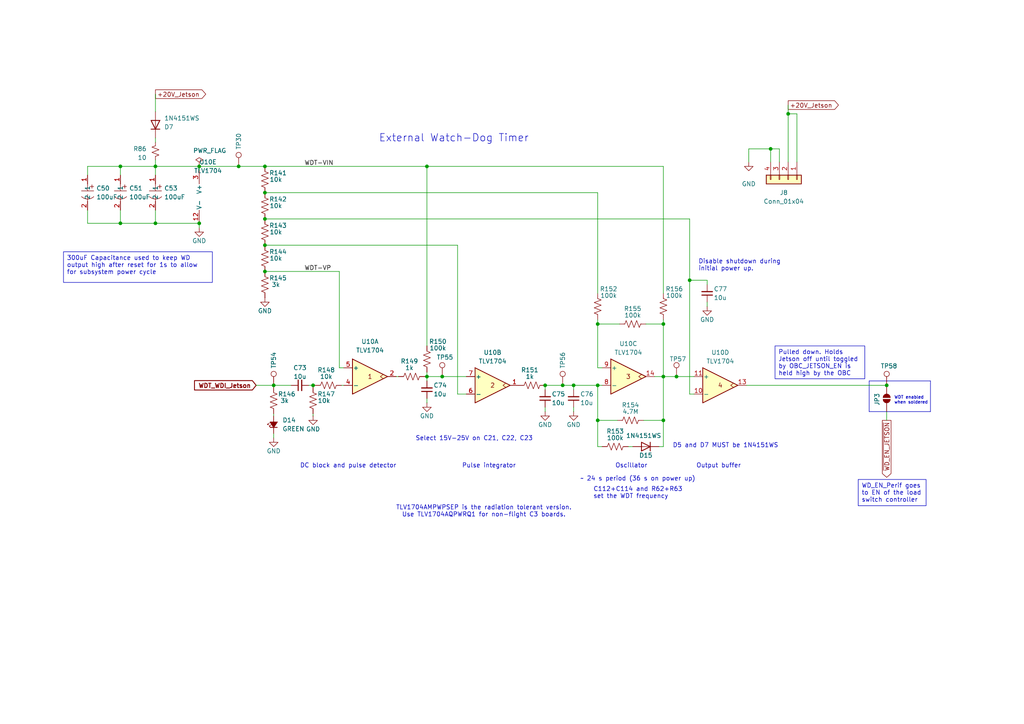
<source format=kicad_sch>
(kicad_sch (version 20250114) (generator "eeschema") (generator_version "9.0")
  (paper "A4")
  (lib_symbols
    (symbol "Connector_Generic:Conn_01x04" (pin_names (offset 1.016) (hide yes))
      (property "Reference" "J" (at 0 5.08 0))
      (property "Value" "Conn_01x04" (at 0 -7.62 0))
      (symbol "Conn_01x04_1_1"
        (rectangle (start -1.27 3.81) (end 1.27 -6.35) (stroke (width 0.254)) (fill (type background)))
        (rectangle (start -1.27 2.667) (end 0 2.413) (stroke (width 0.1524)))
        (rectangle (start -1.27 0.127) (end 0 -0.127) (stroke (width 0.1524)))
        (rectangle (start -1.27 -2.413) (end 0 -2.667) (stroke (width 0.1524)))
        (rectangle (start -1.27 -4.953) (end 0 -5.207) (stroke (width 0.1524)))
        (pin passive line (at -5.08 2.54 0) (length 3.81) (name "Pin_1") (number "1"))
        (pin passive line (at -5.08 0 0) (length 3.81) (name "Pin_2") (number "2"))
        (pin passive line (at -5.08 -2.54 0) (length 3.81) (name "Pin_3") (number "3"))
        (pin passive line (at -5.08 -5.08 0) (length 3.81) (name "Pin_4") (number "4"))
      )
    )
    (symbol "Device:C_Small" (pin_numbers (hide yes)) (pin_names (offset 0.254) (hide yes))
      (property "Reference" "C" (at 0.254 1.778 0))
      (property "Value" "C_Small" (at 0.254 -2.032 0))
      (symbol "C_Small_0_1"
        (polyline (pts (xy -1.524 0.508) (xy 1.524 0.508)) (stroke (width 0.3048)))
        (polyline (pts (xy -1.524 -0.508) (xy 1.524 -0.508)) (stroke (width 0.3302)))
      )
      (symbol "C_Small_1_1"
        (pin passive line (at 0 2.54 270) (length 2.032) (name "~") (number "1"))
        (pin passive line (at 0 -2.54 90) (length 2.032) (name "~") (number "2"))
      )
    )
    (symbol "Device:LED_Small_Filled" (pin_numbers (hide yes)) (pin_names (offset 0.254) (hide yes))
      (property "Reference" "D" (at -1.27 3.175 0))
      (property "Value" "LED_Small_Filled" (at -4.445 -2.54 0))
      (symbol "LED_Small_Filled_0_1"
        (polyline (pts (xy -0.762 -1.016) (xy -0.762 1.016)) (stroke (width 0.254)))
        (polyline (pts (xy 0 0.762) (xy -0.508 1.27) (xy -0.254 1.27) (xy -0.508 1.27) (xy -0.508 1.016)))
        (polyline (pts (xy 0.508 1.27) (xy 0 1.778) (xy 0.254 1.778) (xy 0 1.778) (xy 0 1.524)))
        (polyline (pts (xy 0.762 -1.016) (xy -0.762 0) (xy 0.762 1.016) (xy 0.762 -1.016)) (stroke (width 0.254)) (fill (type outline)))
        (polyline (pts (xy 1.016 0) (xy -0.762 0)))
      )
      (symbol "LED_Small_Filled_1_1"
        (pin passive line (at -2.54 0 0) (length 1.778) (name "K") (number "1"))
        (pin passive line (at 2.54 0 180) (length 1.778) (name "A") (number "2"))
      )
    )
    (symbol "Device:R_Small_US" (pin_numbers (hide yes)) (pin_names (offset 0.254) (hide yes))
      (property "Reference" "R" (at 0.762 0.508 0))
      (property "Value" "R_Small_US" (at 0.762 -1.016 0))
      (symbol "R_Small_US_1_1"
        (polyline (pts (xy 0 1.524) (xy 1.016 1.143) (xy 0 0.762) (xy -1.016 0.381) (xy 0 0)))
        (polyline (pts (xy 0 0) (xy 1.016 -0.381) (xy 0 -0.762) (xy -1.016 -1.143) (xy 0 -1.524)))
        (pin passive line (at 0 2.54 270) (length 1.016) (name "~") (number "1"))
        (pin passive line (at 0 -2.54 90) (length 1.016) (name "~") (number "2"))
      )
    )
    (symbol "Device:R_US" (pin_numbers (hide yes)) (pin_names (offset 0))
      (property "Reference" "R" (at 2.54 0 90))
      (property "Value" "R_US" (at -2.54 0 90))
      (symbol "R_US_0_1"
        (polyline (pts (xy 0 2.286) (xy 0 2.54)))
        (polyline (pts (xy 0 2.286) (xy 1.016 1.905) (xy 0 1.524) (xy -1.016 1.143) (xy 0 0.762)))
        (polyline (pts (xy 0 0.762) (xy 1.016 0.381) (xy 0 0) (xy -1.016 -0.381) (xy 0 -0.762)))
        (polyline (pts (xy 0 -0.762) (xy 1.016 -1.143) (xy 0 -1.524) (xy -1.016 -1.905) (xy 0 -2.286)))
        (polyline (pts (xy 0 -2.286) (xy 0 -2.54)))
      )
      (symbol "R_US_1_1"
        (pin passive line (at 0 3.81 270) (length 1.27) (name "~") (number "1"))
        (pin passive line (at 0 -3.81 90) (length 1.27) (name "~") (number "2"))
      )
    )
    (symbol "EPS:1N4151WS" (pin_numbers (hide yes)) (pin_names (offset 1.016) (hide yes))
      (property "Reference" "D" (at 0 2.54 0))
      (property "Value" "1N4151WS" (at 0 -2.54 0))
      (symbol "1N4151WS_0_1"
        (polyline (pts (xy -1.27 1.27) (xy -1.27 -1.27)) (stroke (width 0.254)))
        (polyline (pts (xy 1.27 1.27) (xy 1.27 -1.27) (xy -1.27 0) (xy 1.27 1.27)) (stroke (width 0.254)))
        (polyline (pts (xy 1.27 0) (xy -1.27 0)))
      )
      (symbol "1N4151WS_1_1"
        (pin passive line (at -3.81 0 0) (length 2.54) (name "K") (number "1"))
        (pin passive line (at 3.81 0 180) (length 2.54) (name "A") (number "2"))
      )
    )
    (symbol "EPS:TCN4107M035R0100E"
      (property "Reference" "C" (at 0 5.08 0))
      (property "Value" "TCN4107M035R0100E" (at 0 -5.08 0))
      (symbol "TCN4107M035R0100E_0_1"
        (polyline (pts (xy -2.54 0) (xy -0.51 0)))
        (polyline (pts (xy -2.29 1.27) (xy -1.27 1.27)))
        (polyline (pts (xy -1.78 1.78) (xy -1.78 0.76)))
        (arc (start 1.15 1.79) (mid 1.8578 0.0159) (end 1.13 -1.75))
        (polyline (pts (xy -0.51 1.78) (xy -0.51 -1.78)))
        (polyline (pts (xy 0.51 0) (xy 2.54 0)))
        (pin input line (at -5.08 0 0) (length 2.54) (name "1") (number "1"))
        (pin input line (at 5.08 0 180) (length 2.54) (name "2") (number "2"))
      )
    )
    (symbol "EPS:TLV1704AIPWR" (pin_names (offset 0.127))
      (property "Reference" "U13" (at 0 10.16 0))
      (property "Value" "TLV1704" (at 0 7.62 0))
      (symbol "TLV1704AIPWR_1_1"
        (polyline (pts (xy -5.08 5.08) (xy 5.08 0) (xy -5.08 -5.08) (xy -5.08 5.08)) (stroke (width 0.254)) (fill (type background)))
        (polyline (pts (xy 3.048 0) (xy 3.81 -0.635)))
        (polyline (pts (xy 3.81 0.635) (xy 3.048 0)))
        (text "1" (at 0 0 0) (effects (font (size 1.27 1.27))))
        (pin input line (at -7.62 2.54 0) (length 2.54) (name "+") (number "5"))
        (pin input line (at -7.62 -2.54 0) (length 2.54) (name "-") (number "4"))
        (pin open_collector line (at 7.62 0 180) (length 2.54) (name "~") (number "2"))
      )
      (symbol "TLV1704AIPWR_2_1"
        (polyline (pts (xy -5.08 5.08) (xy 5.08 0) (xy -5.08 -5.08) (xy -5.08 5.08)) (stroke (width 0.254)) (fill (type background)))
        (polyline (pts (xy 3.048 0) (xy 3.81 -0.635)))
        (polyline (pts (xy 3.81 0.635) (xy 3.048 0)))
        (text "2" (at 0 0 0) (effects (font (size 1.27 1.27))))
        (pin input line (at -7.62 2.54 0) (length 2.54) (name "+") (number "7"))
        (pin input line (at -7.62 -2.54 0) (length 2.54) (name "-") (number "6"))
        (pin open_collector line (at 7.62 0 180) (length 2.54) (name "~") (number "1"))
      )
      (symbol "TLV1704AIPWR_3_1"
        (polyline (pts (xy -5.08 5.08) (xy 5.08 0) (xy -5.08 -5.08) (xy -5.08 5.08)) (stroke (width 0.254)) (fill (type background)))
        (polyline (pts (xy 3.048 0) (xy 3.81 -0.635)))
        (polyline (pts (xy 3.81 0.635) (xy 3.048 0)))
        (text "3" (at 0 0 0) (effects (font (size 1.27 1.27))))
        (pin input line (at -7.62 2.54 0) (length 2.54) (name "+") (number "9"))
        (pin input line (at -7.62 -2.54 0) (length 2.54) (name "-") (number "8"))
        (pin open_collector line (at 7.62 0 180) (length 2.54) (name "~") (number "14"))
      )
      (symbol "TLV1704AIPWR_4_1"
        (polyline (pts (xy -5.08 5.08) (xy 5.08 0) (xy -5.08 -5.08) (xy -5.08 5.08)) (stroke (width 0.254)) (fill (type background)))
        (polyline (pts (xy 3.048 0) (xy 3.81 -0.635)))
        (polyline (pts (xy 3.81 0.635) (xy 3.048 0)))
        (text "4" (at 0 0 0) (effects (font (size 1.27 1.27))))
        (pin input line (at -7.62 2.54 0) (length 2.54) (name "+") (number "11"))
        (pin input line (at -7.62 -2.54 0) (length 2.54) (name "-") (number "10"))
        (pin open_collector line (at 7.62 0 180) (length 2.54) (name "~") (number "13"))
      )
      (symbol "TLV1704AIPWR_5_1"
        (pin power_in line (at -2.54 7.62 270) (length 3.81) (name "V+") (number "3"))
        (pin power_in line (at -2.54 -7.62 90) (length 3.81) (name "V-") (number "12"))
      )
    )
    (symbol "EPS:TestPoint" (pin_numbers (hide yes)) (pin_names (offset 0.762) (hide yes))
      (property "Reference" "TP" (at 0 6.858 0))
      (property "Value" "TestPoint" (at 0 5.08 0))
      (symbol "TestPoint_0_1"
        (circle (center 0 3.302) (radius 0.762))
      )
      (symbol "TestPoint_1_1"
        (pin passive line (at 0 0 90) (length 2.54) (name "1") (number "1"))
      )
    )
    (symbol "Jumper:SolderJumper_2_Open" (pin_numbers (hide yes)) (pin_names (offset 0) (hide yes)) (exclude_from_sim yes) (in_bom no)
      (property "Reference" "JP" (at 0 2.032 0))
      (property "Value" "SolderJumper_2_Open" (at 0 -2.54 0))
      (symbol "SolderJumper_2_Open_0_1"
        (polyline (pts (xy -0.254 1.016) (xy -0.254 -1.016)))
        (arc (start -0.254 -1.016) (mid -1.2656 0) (end -0.254 1.016))
        (arc (start -0.254 -1.016) (mid -1.2656 0) (end -0.254 1.016) (fill (type outline)))
        (arc (start 0.254 1.016) (mid 1.2656 0) (end 0.254 -1.016))
        (arc (start 0.254 1.016) (mid 1.2656 0) (end 0.254 -1.016) (fill (type outline)))
        (polyline (pts (xy 0.254 1.016) (xy 0.254 -1.016)))
      )
      (symbol "SolderJumper_2_Open_1_1"
        (pin passive line (at -3.81 0 0) (length 2.54) (name "A") (number "1"))
        (pin passive line (at 3.81 0 180) (length 2.54) (name "B") (number "2"))
      )
    )
    (symbol "power:GND" (power) (pin_numbers (hide yes)) (pin_names (offset 0) (hide yes))
      (property "Value" "GND" (at 0 -3.81 0))
      (symbol "GND_0_1"
        (polyline (pts (xy 0 0) (xy 0 -1.27) (xy 1.27 -1.27) (xy 0 -2.54) (xy -1.27 -1.27) (xy 0 -1.27)))
      )
      (symbol "GND_1_1"
        (pin power_in line (at 0 0 270) (length 0) (name "~") (number "1"))
      )
    )
    (symbol "power:PWR_FLAG" (power) (pin_numbers (hide yes)) (pin_names (offset 0) (hide yes))
      (property "Value" "PWR_FLAG" (at 0 3.81 0))
      (symbol "PWR_FLAG_0_0"
        (pin power_out line (at 0 0 90) (length 0) (name "~") (number "1"))
      )
      (symbol "PWR_FLAG_0_1"
        (polyline (pts (xy 0 0) (xy 0 1.27) (xy -1.016 1.905) (xy 0 2.54) (xy 1.016 1.905) (xy 0 1.27)))
      )
    )
  )
  (text "Select 15V-25V on C21, C22, C23" (at 137.541 127.254 0) (effects (font (size 1.27 1.27))))
  (text "Output buffer" (at 201.93 135.89 0) (effects (font (size 1.27 1.27)) (justify left bottom)))
  (text "~ 24 s period (36 s on power up)" (at 168.275 139.7 0) (effects (font (size 1.27 1.27)) (justify left bottom)))
  (text "Disable shutdown during\ninitial power up." (at 202.565 78.74 0) (effects (font (size 1.27 1.27)) (justify left bottom)))
  (text "Oscillator" (at 178.435 135.89 0) (effects (font (size 1.27 1.27)) (justify left bottom)))
  (text "Pulse integrator" (at 133.985 135.89 0) (effects (font (size 1.27 1.27)) (justify left bottom)))
  (text "DC block and pulse detector" (at 86.995 135.89 0) (effects (font (size 1.27 1.27)) (justify left bottom)))
  (text "D5 and D7 MUST be 1N4151WS" (at 210.439 129.286 0) (effects (font (size 1.27 1.27))))
  (text "WDT enabled\nwhen soldered" (at 259.334 117.348 0) (effects (font (size 0.889 0.889)) (justify left bottom)))
  (text "External Watch-Dog Timer" (at 109.855 41.402 0) (effects (font (size 2.159 2.159)) (justify left bottom)))
  (text "TLV1704AMPWPSEP is the radiation tolerant version.\nUse TLV1704AQPWRQ1 for non-flight C3 boards." (at 140.335 148.336 0) (effects (font (size 1.27 1.27))))
  (text "C112+C114 and R62+R63 \nset the WDT frequency" (at 172.085 144.78 0) (effects (font (size 1.27 1.27)) (justify left bottom)))
  (text_box "300uF Capacitance used to keep WD output high after reset for 1s to allow for subsystem power cycle" (at 18.415 73.025 0) (size 43.18 8.89) (margins 0.9525 0.9525 0.9525 0.9525) (effects (font (size 1.27 1.27)) (justify left top)))
  (text_box "Pulled down. Holds Jetson off until toggled by OBC_JETSON_EN is held high by the OBC" (at 224.79 100.33 0) (size 26.035 9.525) (margins 0.9525 0.9525 0.9525 0.9525) (effects (font (size 1.27 1.27)) (justify left top)))
  (text_box "WD_EN_Perif goes to EN of the load switch controller" (at 248.92 139.065 0) (size 19.685 7.62) (margins 0.9525 0.9525 0.9525 0.9525) (effects (font (size 1.27 1.27)) (justify left top)))
  (junction (at 158.115 111.76))
  (junction (at 90.805 111.76))
  (junction (at 173.355 93.98))
  (junction (at 123.825 109.22))
  (junction (at 192.405 93.98))
  (junction (at 163.195 111.76))
  (junction (at 192.405 109.22))
  (junction (at 45.085 64.77))
  (junction (at 34.925 64.77))
  (junction (at 200.025 81.28))
  (junction (at 173.355 121.92))
  (junction (at 45.085 48.26))
  (junction (at 257.175 111.76))
  (junction (at 76.835 48.26))
  (junction (at 166.37 111.76))
  (junction (at 57.785 64.77))
  (junction (at 228.6 33.02))
  (junction (at 223.52 43.18))
  (junction (at 76.835 78.74))
  (junction (at 34.925 48.26))
  (junction (at 192.405 121.92))
  (junction (at 76.835 55.88))
  (junction (at 57.785 48.26))
  (junction (at 76.835 71.12))
  (junction (at 69.215 48.26))
  (junction (at 79.375 111.76))
  (junction (at 196.215 109.22))
  (junction (at 123.825 48.26))
  (junction (at 76.835 63.5))
  (junction (at 173.355 111.76))
  (junction (at 128.27 109.22))
  (wire (pts (xy 187.325 93.98) (xy 192.405 93.98)))
  (wire (pts (xy 216.535 111.76) (xy 257.175 111.76)))
  (wire (pts (xy 158.115 111.76) (xy 158.115 113.03)))
  (wire (pts (xy 69.215 48.26) (xy 76.835 48.26)))
  (wire (pts (xy 173.355 85.09) (xy 173.355 55.88)))
  (wire (pts (xy 192.405 109.22) (xy 196.215 109.22)))
  (wire (pts (xy 223.52 43.18) (xy 217.17 43.18)))
  (wire (pts (xy 123.825 109.22) (xy 128.27 109.22)))
  (wire (pts (xy 79.375 120.015) (xy 79.375 120.65)))
  (wire (pts (xy 76.835 55.88) (xy 173.355 55.88)))
  (wire (pts (xy 25.4 48.26) (xy 25.4 50.8)))
  (wire (pts (xy 173.355 92.71) (xy 173.355 93.98)))
  (polyline (pts (xy 269.875 119.38) (xy 252.095 119.38)))
  (wire (pts (xy 228.6 33.02) (xy 231.14 33.02)))
  (polyline (pts (xy 252.095 110.49) (xy 269.875 110.49)))
  (wire (pts (xy 34.925 60.96) (xy 34.925 64.77)))
  (wire (pts (xy 25.4 60.96) (xy 25.4 64.77)))
  (wire (pts (xy 192.405 85.09) (xy 192.405 48.26)))
  (wire (pts (xy 163.195 111.76) (xy 166.37 111.76)))
  (wire (pts (xy 45.085 46.355) (xy 45.085 48.26)))
  (wire (pts (xy 45.085 48.26) (xy 57.785 48.26)))
  (wire (pts (xy 123.825 116.84) (xy 123.825 115.57)))
  (wire (pts (xy 200.025 63.5) (xy 200.025 81.28)))
  (wire (pts (xy 123.825 109.22) (xy 123.825 110.49)))
  (wire (pts (xy 228.6 46.99) (xy 228.6 33.02)))
  (wire (pts (xy 226.06 43.18) (xy 226.06 46.99)))
  (wire (pts (xy 257.175 119.38) (xy 257.175 121.92)))
  (wire (pts (xy 186.69 121.92) (xy 192.405 121.92)))
  (wire (pts (xy 98.425 78.74) (xy 98.425 106.68)))
  (wire (pts (xy 132.715 114.3) (xy 135.255 114.3)))
  (wire (pts (xy 79.375 111.76) (xy 84.455 111.76)))
  (wire (pts (xy 74.295 111.76) (xy 79.375 111.76)))
  (wire (pts (xy 123.825 48.26) (xy 76.835 48.26)))
  (wire (pts (xy 123.825 48.26) (xy 192.405 48.26)))
  (wire (pts (xy 192.405 121.92) (xy 192.405 109.22)))
  (wire (pts (xy 223.52 46.99) (xy 223.52 43.18)))
  (wire (pts (xy 45.085 60.96) (xy 45.085 64.77)))
  (wire (pts (xy 205.105 88.9) (xy 205.105 87.63)))
  (wire (pts (xy 132.715 71.12) (xy 132.715 114.3)))
  (wire (pts (xy 200.025 81.28) (xy 200.025 114.3)))
  (wire (pts (xy 45.085 40.005) (xy 45.085 41.275)))
  (wire (pts (xy 174.625 106.68) (xy 173.355 106.68)))
  (wire (pts (xy 79.375 127) (xy 79.375 125.73)))
  (wire (pts (xy 45.085 64.77) (xy 57.785 64.77)))
  (wire (pts (xy 173.355 111.76) (xy 174.625 111.76)))
  (wire (pts (xy 123.19 109.22) (xy 123.825 109.22)))
  (wire (pts (xy 123.825 109.22) (xy 123.825 107.95)))
  (wire (pts (xy 90.805 112.395) (xy 90.805 111.76)))
  (wire (pts (xy 191.135 129.54) (xy 192.405 129.54)))
  (wire (pts (xy 90.805 120.015) (xy 90.805 120.65)))
  (wire (pts (xy 128.27 109.22) (xy 135.255 109.22)))
  (wire (pts (xy 166.37 111.76) (xy 173.355 111.76)))
  (wire (pts (xy 76.835 71.12) (xy 132.715 71.12)))
  (wire (pts (xy 98.425 106.68) (xy 99.695 106.68)))
  (wire (pts (xy 192.405 92.71) (xy 192.405 93.98)))
  (wire (pts (xy 25.4 64.77) (xy 34.925 64.77)))
  (wire (pts (xy 57.785 48.26) (xy 69.215 48.26)))
  (wire (pts (xy 79.375 112.395) (xy 79.375 111.76)))
  (wire (pts (xy 45.085 27.305) (xy 45.085 32.385)))
  (wire (pts (xy 200.025 81.28) (xy 205.105 81.28)))
  (wire (pts (xy 45.085 48.26) (xy 45.085 50.8)))
  (wire (pts (xy 76.835 78.74) (xy 98.425 78.74)))
  (wire (pts (xy 25.4 48.26) (xy 34.925 48.26)))
  (wire (pts (xy 166.37 119.38) (xy 166.37 118.11)))
  (wire (pts (xy 166.37 113.03) (xy 166.37 111.76)))
  (wire (pts (xy 182.245 129.54) (xy 183.515 129.54)))
  (wire (pts (xy 192.405 129.54) (xy 192.405 121.92)))
  (wire (pts (xy 189.865 109.22) (xy 192.405 109.22)))
  (wire (pts (xy 89.535 111.76) (xy 90.805 111.76)))
  (wire (pts (xy 196.215 109.22) (xy 201.295 109.22)))
  (wire (pts (xy 217.17 43.18) (xy 217.17 46.99)))
  (wire (pts (xy 76.835 63.5) (xy 200.025 63.5)))
  (wire (pts (xy 158.115 119.38) (xy 158.115 118.11)))
  (wire (pts (xy 223.52 43.18) (xy 226.06 43.18)))
  (wire (pts (xy 200.025 114.3) (xy 201.295 114.3)))
  (wire (pts (xy 158.115 111.76) (xy 163.195 111.76)))
  (polyline (pts (xy 252.095 119.38) (xy 252.095 110.49)))
  (wire (pts (xy 57.785 66.04) (xy 57.785 64.77)))
  (wire (pts (xy 57.785 49.53) (xy 57.785 48.26)))
  (wire (pts (xy 173.355 129.54) (xy 173.355 121.92)))
  (wire (pts (xy 90.805 111.76) (xy 91.44 111.76)))
  (wire (pts (xy 123.825 48.26) (xy 123.825 100.33)))
  (polyline (pts (xy 269.875 110.49) (xy 269.875 119.38)))
  (wire (pts (xy 179.07 121.92) (xy 173.355 121.92)))
  (wire (pts (xy 173.355 93.98) (xy 179.705 93.98)))
  (wire (pts (xy 228.6 33.02) (xy 228.6 30.48)))
  (wire (pts (xy 231.14 33.02) (xy 231.14 46.99)))
  (wire (pts (xy 34.925 64.77) (xy 45.085 64.77)))
  (wire (pts (xy 173.355 129.54) (xy 174.625 129.54)))
  (wire (pts (xy 114.935 109.22) (xy 115.57 109.22)))
  (wire (pts (xy 192.405 93.98) (xy 192.405 109.22)))
  (wire (pts (xy 34.925 48.26) (xy 45.085 48.26)))
  (wire (pts (xy 99.06 111.76) (xy 99.695 111.76)))
  (wire (pts (xy 34.925 48.26) (xy 34.925 50.8)))
  (wire (pts (xy 173.355 121.92) (xy 173.355 111.76)))
  (wire (pts (xy 205.105 82.55) (xy 205.105 81.28)))
  (wire (pts (xy 173.355 106.68) (xy 173.355 93.98)))
  (label "WDT-VP" (at 88.265 78.74 0))
  (label "WDT-VIN" (at 88.265 48.26 0))
  (global_label "+20V_Jetson" (shape output) (at 228.6 30.48 0) (property "Intersheetrefs" "${INTERSHEET_REFS}" (effects (hide yes))))
  (global_label "+20V_Jetson" (shape output) (at 45.085 27.305 0) (property "Intersheetrefs" "${INTERSHEET_REFS}" (effects (hide yes))))
  (global_label "WDT_WDI_Jetson" (shape input) (at 74.295 111.76 180) (effects (font (thickness 0.254) (bold yes))) (property "Intersheetrefs" "${INTERSHEET_REFS}" (effects (hide yes))))
  (global_label "~{WD_EN_JETSON}" (shape output) (at 257.175 121.92 270) (property "Intersheetrefs" "${INTERSHEET_REFS}" (effects (hide yes))))
  (symbol (lib_id "EPS:TCN4107M035R0100E") (at 45.085 55.88 270) (unit 1)
    (property "Reference" "C53" (at 47.625 54.6099 90) (effects (justify left)))
    (property "Value" "100uF" (at 47.625 57.1499 90) (effects (justify left)))
    (property "Footprint" "EPS:CAP-SMD_L7.3-W6.1_TCN4227M025R0100" (effects (hide yes)))
    (property "LCSC Part" "C2158793" (effects (hide yes)))
  )
  (symbol (lib_id "Jumper:SolderJumper_2_Open") (at 257.175 115.57 270) (unit 1)
    (property "Reference" "JP3" (at 254.381 115.824 0))
    (property "Value" "SolderJumper_2_Open" (effects (hide yes)))
    (property "Footprint" "Jumper:SolderJumper-2_P1.3mm_Open_RoundedPad1.0x1.5mm" (effects (hide yes)))
    (property "Description" "Solder Jumper, 2-pole, open" (effects (hide yes)))
  )
  (symbol (lib_id "EPS:TCN4107M035R0100E") (at 25.4 55.88 270) (unit 1)
    (property "Reference" "C50" (at 27.94 54.6099 90) (effects (justify left)))
    (property "Value" "100uF" (at 27.94 57.1499 90) (effects (justify left)))
    (property "Footprint" "EPS:CAP-SMD_L7.3-W6.1_TCN4227M025R0100" (effects (hide yes)))
    (property "LCSC Part" "C2158793" (effects (hide yes)))
  )
  (symbol (lib_id "Device:R_Small_US") (at 45.085 43.815 0) (mirror y) (unit 1)
    (property "Reference" "R86" (at 42.545 43.18 0) (effects (justify left)))
    (property "Value" "10" (at 42.545 45.72 0) (effects (justify left)))
    (property "Footprint" "Resistor_SMD:R_1206_3216Metric" (effects (hide yes)))
    (property "Description" "Resistor, small US symbol" (effects (hide yes)))
    (property "DPN" "RHM10.0AFCT-ND" (effects (hide yes)))
    (property "DST" "Digi-Key" (effects (hide yes)))
    (property "MFR" "Rohm Semiconductor" (effects (hide yes)))
    (property "MPN" "ESR18EZPF10R0" (effects (hide yes)))
    (property "LCSC" "C17903" (effects (hide yes)))
  )
  (symbol (lib_id "power:PWR_FLAG") (at 57.785 48.26 0) (unit 1)
    (property "Reference" "#FLG04" (effects (hide yes)))
    (property "Value" "PWR_FLAG" (at 60.833 43.688 0))
    (property "Description" "Special symbol for telling ERC where power comes from" (effects (hide yes)))
  )
  (symbol (lib_id "Device:R_US") (at 119.38 109.22 270) (unit 1)
    (property "Reference" "R149" (at 118.745 104.775 90))
    (property "Value" "1k" (at 118.745 106.68 90))
    (property "Footprint" "EPS:R0402" (effects (hide yes)))
    (property "Description" "Resistor, US symbol" (effects (hide yes)))
    (property "LCSC" "C106235" (effects (hide yes)))
  )
  (symbol (lib_id "Connector_Generic:Conn_01x04") (at 228.6 52.07 270) (unit 1)
    (property "Reference" "J8" (at 227.33 55.88 90))
    (property "Value" "Conn_01x04" (at 227.33 58.42 90))
    (property "Footprint" "Connector_PinSocket_2.54mm:PinSocket_1x04_P2.54mm_Vertical" (effects (hide yes)))
    (property "Description" "Generic connector, single row, 01x04, script generated (kicad-library-utils/schlib/autogen/connector/)" (effects (hide yes)))
  )
  (symbol (lib_id "Device:R_US") (at 173.355 88.9 0) (unit 1)
    (property "Reference" "R152" (at 176.53 83.82 0))
    (property "Value" "100k" (at 176.53 85.725 0))
    (property "Footprint" "EPS:R0402" (effects (hide yes)))
    (property "Description" "Resistor, US symbol" (effects (hide yes)))
    (property "LCSC" "C269673" (effects (hide yes)))
  )
  (symbol (lib_id "EPS:TestPoint") (at 128.27 109.22 0) (unit 1)
    (property "Reference" "TP55" (at 126.619 103.632 0) (effects (justify left)))
    (property "Value" "TestPoint" (effects (hide yes)))
    (property "Footprint" "TestPoint:TestPoint_Pad_1.0x1.0mm" (effects (hide yes)))
    (property "Description" "test point" (effects (hide yes)))
  )
  (symbol (lib_id "Device:R_US") (at 76.835 74.93 180) (unit 1)
    (property "Reference" "R144" (at 80.645 73.025 0))
    (property "Value" "10k" (at 80.01 74.93 0))
    (property "Footprint" "EPS:R0402" (effects (hide yes)))
    (property "Description" "Resistor, US symbol" (effects (hide yes)))
    (property "LCSC" "C25531" (effects (hide yes)))
  )
  (symbol (lib_id "EPS:TestPoint") (at 79.375 111.76 0) (unit 1)
    (property "Reference" "TP54" (at 79.375 106.934 90) (effects (justify left)))
    (property "Value" "TestPoint" (effects (hide yes)))
    (property "Footprint" "TestPoint:TestPoint_Pad_1.0x1.0mm" (effects (hide yes)))
    (property "Description" "test point" (effects (hide yes)))
  )
  (symbol (lib_id "power:GND") (at 90.805 120.65 0) (unit 1)
    (property "Reference" "#PWR031" (effects (hide yes)))
    (property "Value" "GND" (at 90.805 124.46 0))
    (property "Description" "Power symbol creates a global label with name \"GND\" , ground" (effects (hide yes)))
  )
  (symbol (lib_id "power:GND") (at 76.835 86.36 0) (unit 1)
    (property "Reference" "#PWR097" (effects (hide yes)))
    (property "Value" "GND" (at 76.835 90.17 0))
    (property "Description" "Power symbol creates a global label with name \"GND\" , ground" (effects (hide yes)))
  )
  (symbol (lib_id "Device:R_US") (at 123.825 104.14 0) (unit 1)
    (property "Reference" "R150" (at 127 99.06 0))
    (property "Value" "100k" (at 127 100.965 0))
    (property "Footprint" "EPS:R0402" (effects (hide yes)))
    (property "Description" "Resistor, US symbol" (effects (hide yes)))
    (property "LCSC" "C269673" (effects (hide yes)))
  )
  (symbol (lib_id "Device:R_US") (at 90.805 116.205 180) (unit 1)
    (property "Reference" "R147" (at 94.615 114.3 0))
    (property "Value" "10k" (at 93.98 116.205 0))
    (property "Footprint" "EPS:R0402" (effects (hide yes)))
    (property "Description" "Resistor, US symbol" (effects (hide yes)))
    (property "LCSC" "C25531" (effects (hide yes)))
  )
  (symbol (lib_id "Device:R_US") (at 154.305 111.76 270) (unit 1)
    (property "Reference" "R151" (at 153.67 107.315 90))
    (property "Value" "1k" (at 153.67 109.22 90))
    (property "Footprint" "EPS:R0402" (effects (hide yes)))
    (property "Description" "Resistor, US symbol" (effects (hide yes)))
    (property "LCSC" "C106235" (effects (hide yes)))
  )
  (symbol (lib_id "EPS:TestPoint") (at 69.215 48.26 0) (unit 1)
    (property "Reference" "TP30" (at 69.215 43.434 90) (effects (justify left)))
    (property "Value" "TestPoint" (effects (hide yes)))
    (property "Footprint" "TestPoint:TestPoint_Pad_1.0x1.0mm" (effects (hide yes)))
    (property "Description" "test point" (effects (hide yes)))
  )
  (symbol (lib_id "EPS:TCN4107M035R0100E") (at 34.925 55.88 270) (unit 1)
    (property "Reference" "C51" (at 37.465 54.6099 90) (effects (justify left)))
    (property "Value" "100uF" (at 37.465 57.1499 90) (effects (justify left)))
    (property "Footprint" "EPS:CAP-SMD_L7.3-W6.1_TCN4227M025R0100" (effects (hide yes)))
    (property "LCSC Part" "C2158793" (effects (hide yes)))
  )
  (symbol (lib_id "power:GND") (at 123.825 116.84 0) (unit 1)
    (property "Reference" "#PWR032" (effects (hide yes)))
    (property "Value" "GND" (at 123.825 120.65 0))
    (property "Description" "Power symbol creates a global label with name \"GND\" , ground" (effects (hide yes)))
  )
  (symbol (lib_id "EPS:TLV1704AIPWR") (at 60.325 57.15 0) (unit 5)
    (property "Reference" "U10" (at 60.325 46.99 0))
    (property "Value" "TLV1704" (at 60.325 49.53 0))
    (property "Footprint" "Package_SO:TSSOP-14_4.4x5mm_P0.65mm" (effects (hide yes)))
    (property "Datasheet" "https://www.ti.com/lit/ds/symlink/tlv1704-sep.pdf" (effects (hide yes)))
    (property "Description" "Analog Comparators 2.2-V to 36-V, radiation tolerant microPower quad comparator in space enhanced plastic 14-TSSOP -55 to 125" (effects (hide yes)))
    (property "MFR" "Texas Instruments" (effects (hide yes)))
    (property "MPN" "TLV1704AQPWRQ1" (effects (hide yes)))
    (property "DST" "Digi-Key" (effects (hide yes)))
    (property "DPN" "296-43799-2-ND" (effects (hide yes)))
    (property "LCSC" "C181596" (effects (hide yes)))
  )
  (symbol (lib_id "EPS:TestPoint") (at 257.175 111.76 0) (unit 1)
    (property "Reference" "TP58" (at 255.397 106.172 0) (effects (justify left)))
    (property "Value" "TestPoint" (effects (hide yes)))
    (property "Footprint" "TestPoint:TestPoint_Pad_1.0x1.0mm" (effects (hide yes)))
    (property "Description" "test point" (effects (hide yes)))
  )
  (symbol (lib_id "Device:R_US") (at 95.25 111.76 270) (unit 1)
    (property "Reference" "R148" (at 94.615 107.315 90))
    (property "Value" "10k" (at 94.615 109.22 90))
    (property "Footprint" "EPS:R0402" (effects (hide yes)))
    (property "Description" "Resistor, US symbol" (effects (hide yes)))
    (property "LCSC" "C25531" (effects (hide yes)))
  )
  (symbol (lib_id "Device:LED_Small_Filled") (at 79.375 123.19 90) (unit 1)
    (property "Reference" "D14" (at 81.915 121.8565 90) (effects (justify right)))
    (property "Value" "GREEN" (at 81.915 124.3965 90) (effects (justify right)))
    (property "Footprint" "LED_SMD:LED_0603_1608Metric" (effects (hide yes)))
    (property "Description" "Light emitting diode, small symbol, filled shape" (effects (hide yes)))
    (property "DPN" "732-4971-1-ND" (effects (hide yes)))
    (property "DST" "Digi-Key" (effects (hide yes)))
    (property "MFR" "Wurth" (effects (hide yes)))
    (property "MPN" "150060GS75000" (effects (hide yes)))
    (property "Sim.Pins" "1=K 2=A" (effects (hide yes)))
    (property "LCSC" "C965799" (effects (hide yes)))
  )
  (symbol (lib_id "Device:R_US") (at 183.515 93.98 90) (unit 1)
    (property "Reference" "R155" (at 183.515 89.535 90))
    (property "Value" "100k" (at 183.515 91.44 90))
    (property "Footprint" "EPS:R0402" (effects (hide yes)))
    (property "Description" "Resistor, US symbol" (effects (hide yes)))
    (property "LCSC" "C269673" (effects (hide yes)))
  )
  (symbol (lib_id "Device:R_US") (at 76.835 67.31 180) (unit 1)
    (property "Reference" "R143" (at 80.645 65.405 0))
    (property "Value" "10k" (at 80.01 67.31 0))
    (property "Footprint" "EPS:R0402" (effects (hide yes)))
    (property "Description" "Resistor, US symbol" (effects (hide yes)))
    (property "LCSC" "C25531" (effects (hide yes)))
  )
  (symbol (lib_id "power:GND") (at 166.37 119.38 0) (mirror y) (unit 1)
    (property "Reference" "#PWR034" (effects (hide yes)))
    (property "Value" "GND" (at 166.37 123.19 0))
    (property "Description" "Power symbol creates a global label with name \"GND\" , ground" (effects (hide yes)))
  )
  (symbol (lib_id "power:GND") (at 79.375 127 0) (unit 1)
    (property "Reference" "#PWR019" (effects (hide yes)))
    (property "Value" "GND" (at 79.375 130.81 0))
    (property "Description" "Power symbol creates a global label with name \"GND\" , ground" (effects (hide yes)))
  )
  (symbol (lib_id "Device:C_Small") (at 123.825 113.03 180) (unit 1)
    (property "Reference" "C74" (at 125.73 111.76 0) (effects (justify right)))
    (property "Value" "10u" (at 125.73 114.3 0) (effects (justify right)))
    (property "Footprint" "EPS:C0402" (effects (hide yes)))
    (property "Description" "Unpolarized capacitor, small symbol" (effects (hide yes)))
    (property "LCSC" "194427" (effects (hide yes)))
  )
  (symbol (lib_id "Device:R_US") (at 76.835 52.07 180) (unit 1)
    (property "Reference" "R141" (at 80.645 50.165 0))
    (property "Value" "10k" (at 80.01 52.07 0))
    (property "Footprint" "EPS:R0402" (effects (hide yes)))
    (property "Description" "Resistor, US symbol" (effects (hide yes)))
    (property "LCSC" "C25531" (effects (hide yes)))
  )
  (symbol (lib_id "EPS:TLV1704AIPWR") (at 208.915 111.76 0) (unit 4)
    (property "Reference" "U10" (at 208.915 102.235 0))
    (property "Value" "TLV1704" (at 208.915 104.775 0))
    (property "Footprint" "Package_SO:TSSOP-14_4.4x5mm_P0.65mm" (effects (hide yes)))
    (property "Datasheet" "https://www.ti.com/lit/ds/symlink/tlv1704-sep.pdf" (effects (hide yes)))
    (property "Description" "Analog Comparators 2.2-V to 36-V, radiation tolerant microPower quad comparator in space enhanced plastic 14-TSSOP -55 to 125" (effects (hide yes)))
    (property "MFR" "Texas Instruments" (effects (hide yes)))
    (property "MPN" "TLV1704AQPWRQ1" (effects (hide yes)))
    (property "DST" "Digi-Key" (effects (hide yes)))
    (property "DPN" "296-43799-2-ND" (effects (hide yes)))
    (property "LCSC" "C181596" (effects (hide yes)))
  )
  (symbol (lib_id "Device:R_US") (at 182.88 121.92 90) (unit 1)
    (property "Reference" "R154" (at 182.88 117.475 90))
    (property "Value" "4.7M" (at 182.88 119.38 90))
    (property "Footprint" "EPS:R0402" (effects (hide yes)))
    (property "Description" "Resistor, US symbol" (effects (hide yes)))
    (property "LCSC" "C474132" (effects (hide yes)))
  )
  (symbol (lib_id "Device:R_US") (at 79.375 116.205 180) (unit 1)
    (property "Reference" "R146" (at 83.185 114.3 0))
    (property "Value" "3k" (at 82.55 116.205 0))
    (property "Footprint" "EPS:R0402" (effects (hide yes)))
    (property "Description" "Resistor, US symbol" (effects (hide yes)))
    (property "LCSC" "C2909355" (effects (hide yes)))
  )
  (symbol (lib_id "EPS:TestPoint") (at 196.215 109.22 0) (unit 1)
    (property "Reference" "TP57" (at 194.183 104.14 0) (effects (justify left)))
    (property "Value" "TestPoint" (effects (hide yes)))
    (property "Footprint" "TestPoint:TestPoint_Pad_1.0x1.0mm" (effects (hide yes)))
    (property "Description" "test point" (effects (hide yes)))
  )
  (symbol (lib_id "Device:R_US") (at 178.435 129.54 90) (unit 1)
    (property "Reference" "R153" (at 178.435 125.095 90))
    (property "Value" "100k" (at 178.435 127 90))
    (property "Footprint" "EPS:R0402" (effects (hide yes)))
    (property "Description" "Resistor, US symbol" (effects (hide yes)))
    (property "LCSC" "C269673" (effects (hide yes)))
  )
  (symbol (lib_id "Device:C_Small") (at 205.105 85.09 180) (unit 1)
    (property "Reference" "C77" (at 207.01 83.82 0) (effects (justify right)))
    (property "Value" "10u" (at 207.01 86.36 0) (effects (justify right)))
    (property "Footprint" "EPS:C0402" (effects (hide yes)))
    (property "Description" "Unpolarized capacitor, small symbol" (effects (hide yes)))
    (property "LCSC" "194427" (effects (hide yes)))
  )
  (symbol (lib_id "EPS:TestPoint") (at 163.195 111.76 0) (unit 1)
    (property "Reference" "TP56" (at 163.195 106.934 90) (effects (justify left)))
    (property "Value" "TestPoint" (effects (hide yes)))
    (property "Footprint" "TestPoint:TestPoint_Pad_1.0x1.0mm" (effects (hide yes)))
    (property "Description" "test point" (effects (hide yes)))
  )
  (symbol (lib_id "power:GND") (at 158.115 119.38 0) (mirror y) (unit 1)
    (property "Reference" "#PWR033" (effects (hide yes)))
    (property "Value" "GND" (at 158.115 123.19 0))
    (property "Description" "Power symbol creates a global label with name \"GND\" , ground" (effects (hide yes)))
  )
  (symbol (lib_id "power:GND") (at 205.105 88.9 0) (mirror y) (unit 1)
    (property "Reference" "#PWR035" (effects (hide yes)))
    (property "Value" "GND" (at 205.105 92.71 0))
    (property "Description" "Power symbol creates a global label with name \"GND\" , ground" (effects (hide yes)))
  )
  (symbol (lib_id "Device:R_US") (at 76.835 59.69 180) (unit 1)
    (property "Reference" "R142" (at 80.645 57.785 0))
    (property "Value" "10k" (at 80.01 59.69 0))
    (property "Footprint" "EPS:R0402" (effects (hide yes)))
    (property "Description" "Resistor, US symbol" (effects (hide yes)))
    (property "LCSC" "C25531" (effects (hide yes)))
  )
  (symbol (lib_id "Device:R_US") (at 76.835 82.55 180) (unit 1)
    (property "Reference" "R145" (at 80.645 80.645 0))
    (property "Value" "3k" (at 80.01 82.55 0))
    (property "Footprint" "EPS:R0402" (effects (hide yes)))
    (property "Description" "Resistor, US symbol" (effects (hide yes)))
    (property "LCSC" "C2909355" (effects (hide yes)))
  )
  (symbol (lib_id "EPS:1N4151WS") (at 45.085 36.195 270) (mirror x) (unit 1)
    (property "Reference" "D7" (at 47.625 36.83 90) (effects (justify left)))
    (property "Value" "1N4151WS" (at 47.625 34.29 90) (effects (justify left)))
    (property "Footprint" "EPS:SOD2512X116N" (effects (hide yes)))
    (property "Datasheet" "https://www.vishay.com/docs/85412/1n4151wsg.pdf" (effects (hide yes)))
    (property "Description" "Diode" (effects (hide yes)))
    (property "DPN" "112-1N4151WS-E3-08CT-ND" (effects (hide yes)))
    (property "DST" "Digi-Key" (effects (hide yes)))
    (property "MFR" "Vishay" (effects (hide yes)))
    (property "MPN" "1N4151WS-E3-08" (effects (hide yes)))
    (property "Sim.Device" "D" (effects (hide yes)))
    (property "Sim.Pins" "1=K 2=A" (effects (hide yes)))
    (property "LCSC" "C2979762" (effects (hide yes)))
  )
  (symbol (lib_id "EPS:TLV1704AIPWR") (at 107.315 109.22 0) (unit 1)
    (property "Reference" "U10" (at 107.315 99.06 0))
    (property "Value" "TLV1704" (at 107.315 101.6 0))
    (property "Footprint" "Package_SO:TSSOP-14_4.4x5mm_P0.65mm" (effects (hide yes)))
    (property "Datasheet" "https://www.ti.com/lit/ds/symlink/tlv1704-sep.pdf" (effects (hide yes)))
    (property "Description" "Analog Comparators 2.2-V to 36-V, radiation tolerant microPower quad comparator in space enhanced plastic 14-TSSOP -55 to 125" (effects (hide yes)))
    (property "MFR" "Texas Instruments" (effects (hide yes)))
    (property "MPN" "TLV1704AQPWRQ1" (effects (hide yes)))
    (property "DST" "Digi-Key" (effects (hide yes)))
    (property "DPN" "296-43799-2-ND" (effects (hide yes)))
    (property "LCSC" "C181596" (effects (hide yes)))
  )
  (symbol (lib_id "Device:R_US") (at 192.405 88.9 0) (unit 1)
    (property "Reference" "R156" (at 195.58 83.82 0))
    (property "Value" "100k" (at 195.58 85.725 0))
    (property "Footprint" "EPS:R0402" (effects (hide yes)))
    (property "Description" "Resistor, US symbol" (effects (hide yes)))
    (property "LCSC" "C269673" (effects (hide yes)))
  )
  (symbol (lib_id "power:GND") (at 217.17 46.99 0) (unit 1)
    (property "Reference" "#PWR025" (effects (hide yes)))
    (property "Value" "GND" (at 217.17 53.34 0))
    (property "Description" "Power symbol creates a global label with name \"GND\" , ground" (effects (hide yes)))
  )
  (symbol (lib_id "Device:C_Small") (at 166.37 115.57 180) (unit 1)
    (property "Reference" "C76" (at 168.275 114.3 0) (effects (justify right)))
    (property "Value" "10u" (at 168.275 116.84 0) (effects (justify right)))
    (property "Footprint" "EPS:C0402" (effects (hide yes)))
    (property "Description" "Unpolarized capacitor, small symbol" (effects (hide yes)))
    (property "LCSC" "194427" (effects (hide yes)))
  )
  (symbol (lib_id "power:GND") (at 57.785 66.04 0) (mirror y) (unit 1)
    (property "Reference" "#PWR011" (effects (hide yes)))
    (property "Value" "GND" (at 57.785 69.85 0))
    (property "Description" "Power symbol creates a global label with name \"GND\" , ground" (effects (hide yes)))
  )
  (symbol (lib_id "Device:C_Small") (at 86.995 111.76 90) (unit 1)
    (property "Reference" "C73" (at 87.0013 106.68 90))
    (property "Value" "10u" (at 87.0013 109.22 90))
    (property "Footprint" "EPS:C0402" (effects (hide yes)))
    (property "Description" "Unpolarized capacitor, small symbol" (effects (hide yes)))
    (property "LCSC" "194427" (effects (hide yes)))
  )
  (symbol (lib_id "Device:C_Small") (at 158.115 115.57 180) (unit 1)
    (property "Reference" "C75" (at 160.02 114.3 0) (effects (justify right)))
    (property "Value" "10u" (at 160.02 116.84 0) (effects (justify right)))
    (property "Footprint" "EPS:C0402" (effects (hide yes)))
    (property "Description" "Unpolarized capacitor, small symbol" (effects (hide yes)))
    (property "LCSC" "194427" (effects (hide yes)))
  )
  (symbol (lib_id "EPS:TLV1704AIPWR") (at 182.245 109.22 0) (unit 3)
    (property "Reference" "U10" (at 182.245 99.695 0))
    (property "Value" "TLV1704" (at 182.245 102.235 0))
    (property "Footprint" "Package_SO:TSSOP-14_4.4x5mm_P0.65mm" (effects (hide yes)))
    (property "Datasheet" "https://www.ti.com/lit/ds/symlink/tlv1704-sep.pdf" (effects (hide yes)))
    (property "Description" "Analog Comparators 2.2-V to 36-V, radiation tolerant microPower quad comparator in space enhanced plastic 14-TSSOP -55 to 125" (effects (hide yes)))
    (property "MFR" "Texas Instruments" (effects (hide yes)))
    (property "MPN" "TLV1704AQPWRQ1" (effects (hide yes)))
    (property "DST" "Digi-Key" (effects (hide yes)))
    (property "DPN" "296-43799-2-ND" (effects (hide yes)))
    (property "LCSC" "C181596" (effects (hide yes)))
  )
  (symbol (lib_id "EPS:TLV1704AIPWR") (at 142.875 111.76 0) (unit 2)
    (property "Reference" "U10" (at 142.875 102.235 0))
    (property "Value" "TLV1704" (at 142.875 104.775 0))
    (property "Footprint" "Package_SO:TSSOP-14_4.4x5mm_P0.65mm" (effects (hide yes)))
    (property "Datasheet" "https://www.ti.com/lit/ds/symlink/tlv1704-sep.pdf" (effects (hide yes)))
    (property "Description" "Analog Comparators 2.2-V to 36-V, radiation tolerant microPower quad comparator in space enhanced plastic 14-TSSOP -55 to 125" (effects (hide yes)))
    (property "MFR" "Texas Instruments" (effects (hide yes)))
    (property "MPN" "TLV1704AQPWRQ1" (effects (hide yes)))
    (property "DST" "Digi-Key" (effects (hide yes)))
    (property "DPN" "296-43799-2-ND" (effects (hide yes)))
    (property "LCSC" "C181596" (effects (hide yes)))
  )
  (symbol (lib_id "EPS:1N4151WS") (at 187.325 129.54 180) (unit 1)
    (property "Reference" "D15" (at 187.325 132.08 0))
    (property "Value" "1N4151WS" (at 186.69 126.365 0))
    (property "Footprint" "EPS:SOD2512X116N" (effects (hide yes)))
    (property "Datasheet" "https://www.vishay.com/docs/85412/1n4151wsg.pdf" (effects (hide yes)))
    (property "Description" "Diode" (effects (hide yes)))
    (property "DPN" "112-1N4151WS-E3-08CT-ND" (effects (hide yes)))
    (property "DST" "Digi-Key" (effects (hide yes)))
    (property "MFR" "Vishay" (effects (hide yes)))
    (property "MPN" "1N4151WS-E3-08" (effects (hide yes)))
    (property "Sim.Device" "D" (effects (hide yes)))
    (property "Sim.Pins" "1=K 2=A" (effects (hide yes)))
    (property "LCSC" "C2979762" (effects (hide yes)))
  )
)
</source>
